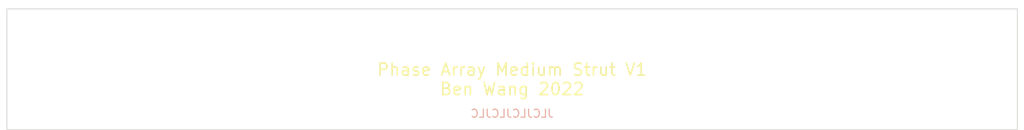
<source format=kicad_pcb>
(kicad_pcb (version 20211014) (generator pcbnew)
  (layers (0 "F.Cu" signal) (31 "B.Cu" signal) (34 "B.Paste" user) (35 "F.Paste" user) (36 "B.SilkS" user "B.Silkscreen") (37 "F.SilkS" user "F.Silkscreen") (38 "B.Mask" user) (39 "F.Mask" user) (44 "Edge.Cuts" user))
  (net 0 "")
  (footprint "slots:1.6x5mm slot" (layer "F.Cu") (at 113 0 -90)
    (fp_text reference "REF**" hide)
    (fp_text value "1.6x5mm slot" hide)
    (pad "" np_thru_hole circle (at 0 -0.4 270) (size 0.01 0.01) (drill oval 2.45 0.8) (layers *.Mask))
    (pad "" np_thru_hole circle (at 0 -3.5 90) (size 0.01 0.01) (drill oval 1.65 7) (layers *.Mask))
  )
  (footprint "slots:1.6x5mm slot" (layer "F.Cu") (at 0 0 90)
    (fp_text reference "REF**" hide)
    (fp_text value "1.6x5mm slot" hide)
    (pad "" np_thru_hole circle (at 0 -0.4 90) (size 0.01 0.01) (drill oval 2.45 0.8) (layers *.Mask))
    (pad "" np_thru_hole circle (at 0 -3.5 270) (size 0.01 0.01) (drill oval 1.65 7) (layers *.Mask))
  )
  (footprint "slots:1.6x5mm slot" (layer "F.Cu") (at 56.5 -1.5)
    (fp_text reference "REF**" hide)
    (fp_text value "1.6x5mm slot" hide)
    (pad "" np_thru_hole circle (at 0 -3.5 180) (size 0.01 0.01) (drill oval 1.65 7) (layers *.Mask))
    (pad "" np_thru_hole circle (at 0 -0.4) (size 0.01 0.01) (drill oval 2.45 0.8) (layers *.Mask))
  )
  (gr_line (start -6.25 -2) (end -6.25 2) (layer "Edge.Cuts") (width 0.1))
  (gr_line (start 119.25 -7.5) (end -6.25 -7.5) (layer "Edge.Cuts") (width 0.1))
  (gr_line (start -6.25 7.5) (end -6.25 2) (layer "Edge.Cuts") (width 0.1))
  (gr_line (start 119.25 -7.5) (end 119.25 7.5) (layer "Edge.Cuts") (width 0.1))
  (gr_line (start 119.25 7.5) (end -6.25 7.5) (layer "Edge.Cuts") (width 0.1))
  (gr_line (start -6.25 -7.5) (end -6.25 -2) (layer "Edge.Cuts") (width 0.1))
  (gr_text "JLCJLCJLCJLC" (at 56.5 5.5) (layer "B.SilkS") (effects (font (size 1 1)) (justify mirror)))
  (gr_text "Phase Array Medium Strut V1\nBen Wang 2022" (at 56.5 1.25) (layer "F.SilkS") (effects (font (size 1.5 1.5) (thickness 0.2))))
)
</source>
